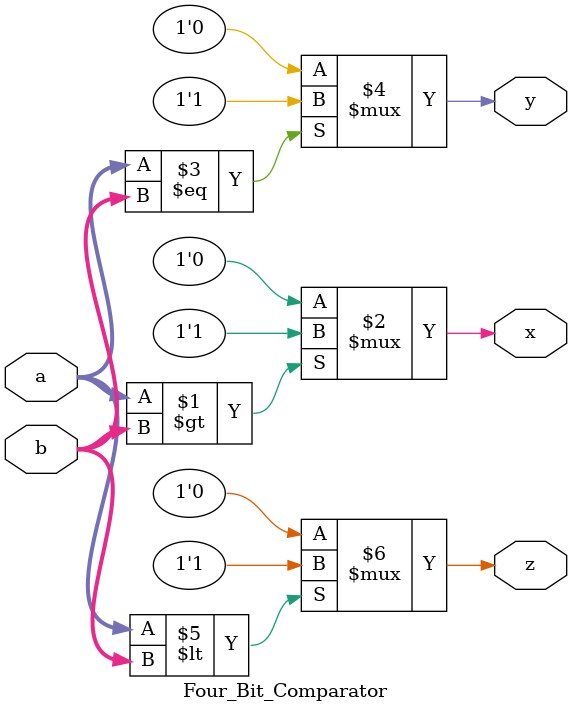
<source format=v>
`timescale 1ns / 1ps


module Four_Bit_Comparator(a, b, x, y, z);
input [3:0] a, b;
output x, y, z;
wire x, y, z;

assign x = (a > b) ? 1'b1 : 1'b0;

assign y = (a == b) ? 1'b1 : 1'b0;

assign z = (a < b) ? 1'b1 : 1'b0;

endmodule

</source>
